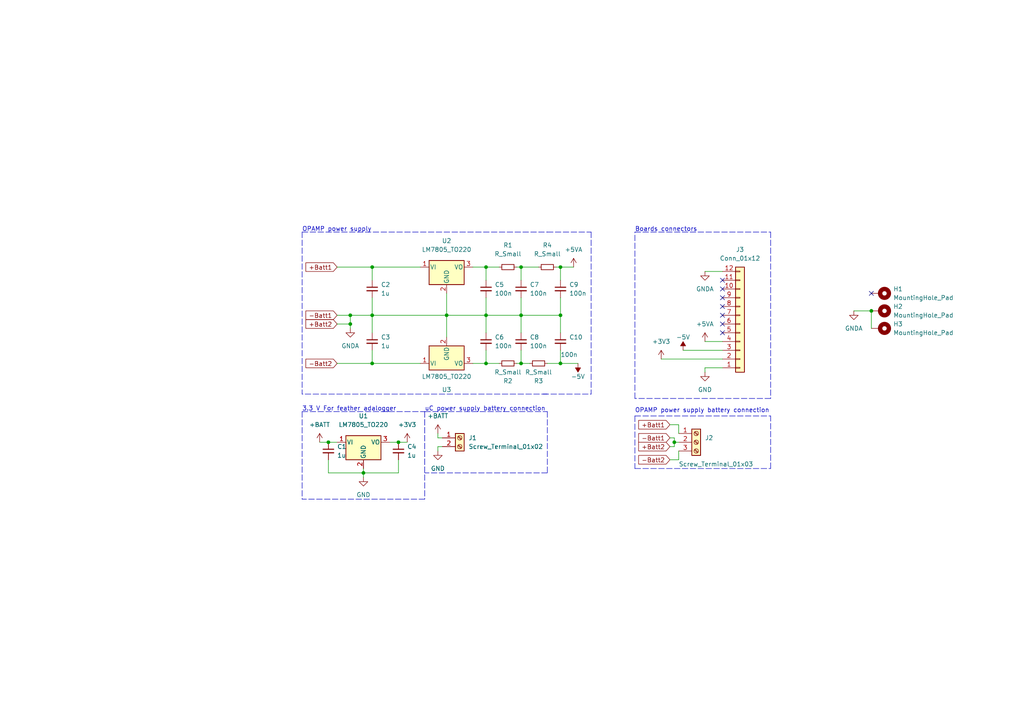
<source format=kicad_sch>
(kicad_sch (version 20211123) (generator eeschema)
  (paper "A4")
  (lib_symbols
    (symbol "Connector:Screw_Terminal_01x02" (pin_names (offset 1.016) hide)
      (property "Reference" "J" (at 0 2.54 0))
      (property "Value" "Screw_Terminal_01x02" (at 0 -5.08 0))
      (symbol "Screw_Terminal_01x02_1_1"
        (rectangle (start -1.27 1.27) (end 1.27 -3.81) (stroke (width 0.254)) (fill (type background)))
        (circle (center 0 -2.54) (radius 0.635) (stroke (width 0.1524)))
        (polyline (pts (xy -0.5334 -2.2098) (xy 0.3302 -3.048)) (stroke (width 0.1524)))
        (polyline (pts (xy -0.5334 0.3302) (xy 0.3302 -0.508)) (stroke (width 0.1524)))
        (polyline (pts (xy -0.3556 -2.032) (xy 0.508 -2.8702)) (stroke (width 0.1524)))
        (polyline (pts (xy -0.3556 0.508) (xy 0.508 -0.3302)) (stroke (width 0.1524)))
        (circle (center 0 0) (radius 0.635) (stroke (width 0.1524)))
        (pin passive line (at -5.08 0 0) (length 3.81) (name "Pin_1") (number "1"))
        (pin passive line (at -5.08 -2.54 0) (length 3.81) (name "Pin_2") (number "2"))
      )
    )
    (symbol "Connector:Screw_Terminal_01x03" (pin_names (offset 1.016) hide)
      (property "Reference" "J" (at 0 5.08 0))
      (property "Value" "Screw_Terminal_01x03" (at 0 -5.08 0))
      (symbol "Screw_Terminal_01x03_1_1"
        (rectangle (start -1.27 3.81) (end 1.27 -3.81) (stroke (width 0.254)) (fill (type background)))
        (circle (center 0 -2.54) (radius 0.635) (stroke (width 0.1524)))
        (polyline (pts (xy -0.5334 -2.2098) (xy 0.3302 -3.048)) (stroke (width 0.1524)))
        (polyline (pts (xy -0.5334 0.3302) (xy 0.3302 -0.508)) (stroke (width 0.1524)))
        (polyline (pts (xy -0.5334 2.8702) (xy 0.3302 2.032)) (stroke (width 0.1524)))
        (polyline (pts (xy -0.3556 -2.032) (xy 0.508 -2.8702)) (stroke (width 0.1524)))
        (polyline (pts (xy -0.3556 0.508) (xy 0.508 -0.3302)) (stroke (width 0.1524)))
        (polyline (pts (xy -0.3556 3.048) (xy 0.508 2.2098)) (stroke (width 0.1524)))
        (circle (center 0 0) (radius 0.635) (stroke (width 0.1524)))
        (circle (center 0 2.54) (radius 0.635) (stroke (width 0.1524)))
        (pin passive line (at -5.08 2.54 0) (length 3.81) (name "Pin_1") (number "1"))
        (pin passive line (at -5.08 0 0) (length 3.81) (name "Pin_2") (number "2"))
        (pin passive line (at -5.08 -2.54 0) (length 3.81) (name "Pin_3") (number "3"))
      )
    )
    (symbol "Connector_Generic:Conn_01x12" (pin_names (offset 1.016) hide)
      (property "Reference" "J" (at 0 15.24 0))
      (property "Value" "Conn_01x12" (at 0 -17.78 0))
      (symbol "Conn_01x12_1_1"
        (rectangle (start -1.27 -15.113) (end 0 -15.367) (stroke (width 0.1524)))
        (rectangle (start -1.27 -12.573) (end 0 -12.827) (stroke (width 0.1524)))
        (rectangle (start -1.27 -10.033) (end 0 -10.287) (stroke (width 0.1524)))
        (rectangle (start -1.27 -7.493) (end 0 -7.747) (stroke (width 0.1524)))
        (rectangle (start -1.27 -4.953) (end 0 -5.207) (stroke (width 0.1524)))
        (rectangle (start -1.27 -2.413) (end 0 -2.667) (stroke (width 0.1524)))
        (rectangle (start -1.27 0.127) (end 0 -0.127) (stroke (width 0.1524)))
        (rectangle (start -1.27 2.667) (end 0 2.413) (stroke (width 0.1524)))
        (rectangle (start -1.27 5.207) (end 0 4.953) (stroke (width 0.1524)))
        (rectangle (start -1.27 7.747) (end 0 7.493) (stroke (width 0.1524)))
        (rectangle (start -1.27 10.287) (end 0 10.033) (stroke (width 0.1524)))
        (rectangle (start -1.27 12.827) (end 0 12.573) (stroke (width 0.1524)))
        (rectangle (start -1.27 13.97) (end 1.27 -16.51) (stroke (width 0.254)) (fill (type background)))
        (pin passive line (at -5.08 12.7 0) (length 3.81) (name "Pin_1") (number "1"))
        (pin passive line (at -5.08 -10.16 0) (length 3.81) (name "Pin_10") (number "10"))
        (pin passive line (at -5.08 -12.7 0) (length 3.81) (name "Pin_11") (number "11"))
        (pin passive line (at -5.08 -15.24 0) (length 3.81) (name "Pin_12") (number "12"))
        (pin passive line (at -5.08 10.16 0) (length 3.81) (name "Pin_2") (number "2"))
        (pin passive line (at -5.08 7.62 0) (length 3.81) (name "Pin_3") (number "3"))
        (pin passive line (at -5.08 5.08 0) (length 3.81) (name "Pin_4") (number "4"))
        (pin passive line (at -5.08 2.54 0) (length 3.81) (name "Pin_5") (number "5"))
        (pin passive line (at -5.08 0 0) (length 3.81) (name "Pin_6") (number "6"))
        (pin passive line (at -5.08 -2.54 0) (length 3.81) (name "Pin_7") (number "7"))
        (pin passive line (at -5.08 -5.08 0) (length 3.81) (name "Pin_8") (number "8"))
        (pin passive line (at -5.08 -7.62 0) (length 3.81) (name "Pin_9") (number "9"))
      )
    )
    (symbol "Device:C_Small" (pin_numbers hide) (pin_names (offset 0.254) hide)
      (property "Reference" "C" (at 0.254 1.778 0))
      (property "Value" "C_Small" (at 0.254 -2.032 0))
      (symbol "C_Small_0_1"
        (polyline (pts (xy -1.524 -0.508) (xy 1.524 -0.508)) (stroke (width 0.3302)))
        (polyline (pts (xy -1.524 0.508) (xy 1.524 0.508)) (stroke (width 0.3048)))
      )
      (symbol "C_Small_1_1"
        (pin passive line (at 0 2.54 270) (length 2.032) (name "~") (number "1"))
        (pin passive line (at 0 -2.54 90) (length 2.032) (name "~") (number "2"))
      )
    )
    (symbol "Device:R_Small" (pin_numbers hide) (pin_names (offset 0.254) hide)
      (property "Reference" "R" (at 0.762 0.508 0))
      (property "Value" "R_Small" (at 0.762 -1.016 0))
      (symbol "R_Small_0_1"
        (rectangle (start -0.762 1.778) (end 0.762 -1.778) (stroke (width 0.2032)))
      )
      (symbol "R_Small_1_1"
        (pin passive line (at 0 2.54 270) (length 0.762) (name "~") (number "1"))
        (pin passive line (at 0 -2.54 90) (length 0.762) (name "~") (number "2"))
      )
    )
    (symbol "Mechanical:MountingHole_Pad" (pin_numbers hide) (pin_names (offset 1.016) hide)
      (property "Reference" "H" (at 0 6.35 0))
      (property "Value" "MountingHole_Pad" (at 0 4.445 0))
      (symbol "MountingHole_Pad_0_1"
        (circle (center 0 1.27) (radius 1.27) (stroke (width 1.27)))
      )
      (symbol "MountingHole_Pad_1_1"
        (pin input line (at 0 -2.54 90) (length 2.54) (name "1") (number "1"))
      )
    )
    (symbol "Regulator_Linear:LM7805_TO220" (pin_names (offset 0.254))
      (property "Reference" "U" (at -3.81 3.175 0))
      (property "Value" "LM7805_TO220" (at 0 3.175 0))
      (symbol "LM7805_TO220_0_1"
        (rectangle (start -5.08 1.905) (end 5.08 -5.08) (stroke (width 0.254)) (fill (type background)))
      )
      (symbol "LM7805_TO220_1_1"
        (pin power_in line (at -7.62 0 0) (length 2.54) (name "VI") (number "1"))
        (pin power_in line (at 0 -7.62 90) (length 2.54) (name "GND") (number "2"))
        (pin power_out line (at 7.62 0 180) (length 2.54) (name "VO") (number "3"))
      )
    )
    (symbol "power:+3V3" (power) (pin_names (offset 0))
      (property "Value" "+3V3" (at 0 3.556 0))
      (symbol "+3V3_0_1"
        (polyline (pts (xy -0.762 1.27) (xy 0 2.54)))
        (polyline (pts (xy 0 0) (xy 0 2.54)))
        (polyline (pts (xy 0 2.54) (xy 0.762 1.27)))
      )
      (symbol "+3V3_1_1"
        (pin power_in line (at 0 0 90) (length 0) hide (name "+3V3") (number "1"))
      )
    )
    (symbol "power:+5VA" (power) (pin_names (offset 0))
      (property "Value" "+5VA" (at 0 3.556 0))
      (symbol "+5VA_0_1"
        (polyline (pts (xy -0.762 1.27) (xy 0 2.54)))
        (polyline (pts (xy 0 0) (xy 0 2.54)))
        (polyline (pts (xy 0 2.54) (xy 0.762 1.27)))
      )
      (symbol "+5VA_1_1"
        (pin power_in line (at 0 0 90) (length 0) hide (name "+5VA") (number "1"))
      )
    )
    (symbol "power:+BATT" (power) (pin_names (offset 0))
      (property "Value" "+BATT" (at 0 3.556 0))
      (symbol "+BATT_0_1"
        (polyline (pts (xy -0.762 1.27) (xy 0 2.54)))
        (polyline (pts (xy 0 0) (xy 0 2.54)))
        (polyline (pts (xy 0 2.54) (xy 0.762 1.27)))
      )
      (symbol "+BATT_1_1"
        (pin power_in line (at 0 0 90) (length 0) hide (name "+BATT") (number "1"))
      )
    )
    (symbol "power:-5V" (power) (pin_names (offset 0))
      (property "Value" "-5V" (at 0 3.81 0))
      (symbol "-5V_0_0"
        (pin power_in line (at 0 0 90) (length 0) hide (name "-5V") (number "1"))
      )
      (symbol "-5V_0_1"
        (polyline (pts (xy 0 0) (xy 0 1.27) (xy 0.762 1.27) (xy 0 2.54) (xy -0.762 1.27) (xy 0 1.27)) (fill (type outline)))
      )
    )
    (symbol "power:GND" (power) (pin_names (offset 0))
      (property "Value" "GND" (at 0 -3.81 0))
      (symbol "GND_0_1"
        (polyline (pts (xy 0 0) (xy 0 -1.27) (xy 1.27 -1.27) (xy 0 -2.54) (xy -1.27 -1.27) (xy 0 -1.27)))
      )
      (symbol "GND_1_1"
        (pin power_in line (at 0 0 270) (length 0) hide (name "GND") (number "1"))
      )
    )
    (symbol "power:GNDA" (power) (pin_names (offset 0))
      (property "Value" "GNDA" (at 0 -3.81 0))
      (symbol "GNDA_0_1"
        (polyline (pts (xy 0 0) (xy 0 -1.27) (xy 1.27 -1.27) (xy 0 -2.54) (xy -1.27 -1.27) (xy 0 -1.27)))
      )
      (symbol "GNDA_1_1"
        (pin power_in line (at 0 0 270) (length 0) hide (name "GNDA") (number "1"))
      )
    )
  )
  (junction (at 140.97 105.41))
  (junction (at 252.73 90.17))
  (junction (at 107.95 77.47))
  (junction (at 115.57 128.27))
  (junction (at 195.58 128.27))
  (junction (at 129.54 91.44))
  (junction (at 105.41 137.16))
  (junction (at 151.13 77.47))
  (junction (at 107.95 105.41))
  (junction (at 95.25 128.27))
  (junction (at 162.56 91.44))
  (junction (at 101.6 91.44))
  (junction (at 140.97 91.44))
  (junction (at 140.97 77.47))
  (junction (at 101.6 93.98))
  (junction (at 151.13 91.44))
  (junction (at 107.95 91.44))
  (junction (at 151.13 105.41))
  (junction (at 162.56 105.41))
  (junction (at 162.56 77.47))
  (no_connect (at 252.73 85.09))
  (no_connect (at 209.55 81.28))
  (no_connect (at 209.55 83.82))
  (no_connect (at 209.55 91.44))
  (no_connect (at 209.55 96.52))
  (no_connect (at 209.55 93.98))
  (no_connect (at 209.55 86.36))
  (no_connect (at 209.55 88.9))
  (wire (pts (xy 107.95 105.41) (xy 121.92 105.41)))
  (wire (pts (xy 162.56 105.41) (xy 167.64 105.41)))
  (wire (pts (xy 105.41 137.16) (xy 105.41 138.43)))
  (wire (pts (xy 194.31 127) (xy 195.58 127)))
  (wire (pts (xy 140.97 105.41) (xy 144.78 105.41)))
  (wire (pts (xy 107.95 91.44) (xy 129.54 91.44)))
  (polyline (pts (xy 123.19 119.38) (xy 158.75 119.38)))
  (wire (pts (xy 107.95 91.44) (xy 107.95 96.52)))
  (wire (pts (xy 204.47 106.68) (xy 209.55 106.68)))
  (wire (pts (xy 195.58 127) (xy 195.58 128.27)))
  (wire (pts (xy 115.57 137.16) (xy 105.41 137.16)))
  (wire (pts (xy 198.12 101.6) (xy 209.55 101.6)))
  (wire (pts (xy 95.25 128.27) (xy 97.79 128.27)))
  (polyline (pts (xy 184.15 120.65) (xy 223.52 120.65)))
  (wire (pts (xy 107.95 101.6) (xy 107.95 105.41)))
  (wire (pts (xy 204.47 99.06) (xy 209.55 99.06)))
  (wire (pts (xy 162.56 86.36) (xy 162.56 91.44)))
  (polyline (pts (xy 158.75 114.3) (xy 87.63 114.3)))
  (wire (pts (xy 204.47 78.74) (xy 209.55 78.74)))
  (polyline (pts (xy 87.63 67.31) (xy 87.63 114.3)))
  (wire (pts (xy 151.13 105.41) (xy 151.13 101.6)))
  (polyline (pts (xy 223.52 67.31) (xy 223.52 115.57)))
  (wire (pts (xy 140.97 77.47) (xy 144.78 77.47)))
  (wire (pts (xy 101.6 91.44) (xy 101.6 93.98)))
  (wire (pts (xy 113.03 128.27) (xy 115.57 128.27)))
  (polyline (pts (xy 184.15 120.65) (xy 184.15 135.89)))
  (wire (pts (xy 162.56 77.47) (xy 162.56 81.28)))
  (wire (pts (xy 140.97 105.41) (xy 137.16 105.41)))
  (wire (pts (xy 92.71 128.27) (xy 95.25 128.27)))
  (wire (pts (xy 252.73 90.17) (xy 252.73 95.25)))
  (wire (pts (xy 101.6 93.98) (xy 101.6 95.25)))
  (wire (pts (xy 149.86 105.41) (xy 151.13 105.41)))
  (polyline (pts (xy 223.52 135.89) (xy 223.52 120.65)))
  (wire (pts (xy 129.54 91.44) (xy 129.54 97.79)))
  (polyline (pts (xy 123.19 144.78) (xy 87.63 144.78)))
  (polyline (pts (xy 158.75 119.38) (xy 158.75 137.16)))
  (polyline (pts (xy 158.75 67.31) (xy 171.45 67.31)))
  (wire (pts (xy 194.31 133.35) (xy 196.85 133.35)))
  (wire (pts (xy 95.25 133.35) (xy 95.25 137.16)))
  (polyline (pts (xy 123.19 119.38) (xy 123.19 137.16)))
  (wire (pts (xy 95.25 137.16) (xy 105.41 137.16)))
  (wire (pts (xy 194.31 123.19) (xy 196.85 123.19)))
  (wire (pts (xy 161.29 77.47) (xy 162.56 77.47)))
  (wire (pts (xy 191.77 104.14) (xy 209.55 104.14)))
  (wire (pts (xy 127 129.54) (xy 128.27 129.54)))
  (wire (pts (xy 129.54 85.09) (xy 129.54 91.44)))
  (wire (pts (xy 151.13 77.47) (xy 151.13 81.28)))
  (wire (pts (xy 97.79 77.47) (xy 107.95 77.47)))
  (polyline (pts (xy 171.45 67.31) (xy 171.45 114.3)))
  (wire (pts (xy 194.31 129.54) (xy 195.58 129.54)))
  (wire (pts (xy 140.97 77.47) (xy 140.97 81.28)))
  (wire (pts (xy 162.56 91.44) (xy 162.56 96.52)))
  (wire (pts (xy 127 127) (xy 127 125.73)))
  (wire (pts (xy 107.95 77.47) (xy 121.92 77.47)))
  (wire (pts (xy 105.41 135.89) (xy 105.41 137.16)))
  (wire (pts (xy 140.97 91.44) (xy 129.54 91.44)))
  (polyline (pts (xy 123.19 119.38) (xy 123.19 144.78)))
  (polyline (pts (xy 157.48 114.3) (xy 171.45 114.3)))
  (wire (pts (xy 140.97 91.44) (xy 140.97 96.52)))
  (wire (pts (xy 196.85 130.81) (xy 196.85 133.35)))
  (wire (pts (xy 151.13 91.44) (xy 140.97 91.44)))
  (wire (pts (xy 151.13 105.41) (xy 153.67 105.41)))
  (wire (pts (xy 115.57 128.27) (xy 118.11 128.27)))
  (wire (pts (xy 158.75 105.41) (xy 162.56 105.41)))
  (polyline (pts (xy 87.63 119.38) (xy 87.63 144.78)))
  (wire (pts (xy 162.56 91.44) (xy 151.13 91.44)))
  (wire (pts (xy 127 130.81) (xy 127 129.54)))
  (wire (pts (xy 162.56 77.47) (xy 166.37 77.47)))
  (polyline (pts (xy 87.63 119.38) (xy 123.19 119.38)))
  (polyline (pts (xy 158.75 137.16) (xy 123.19 137.16)))
  (wire (pts (xy 140.97 101.6) (xy 140.97 105.41)))
  (wire (pts (xy 195.58 128.27) (xy 195.58 129.54)))
  (wire (pts (xy 149.86 77.47) (xy 151.13 77.47)))
  (polyline (pts (xy 87.63 67.31) (xy 158.75 67.31)))
  (wire (pts (xy 97.79 91.44) (xy 101.6 91.44)))
  (wire (pts (xy 128.27 127) (xy 127 127)))
  (polyline (pts (xy 184.15 115.57) (xy 184.15 67.31)))
  (wire (pts (xy 162.56 105.41) (xy 162.56 101.6)))
  (wire (pts (xy 97.79 105.41) (xy 107.95 105.41)))
  (wire (pts (xy 115.57 133.35) (xy 115.57 137.16)))
  (wire (pts (xy 140.97 86.36) (xy 140.97 91.44)))
  (wire (pts (xy 107.95 77.47) (xy 107.95 81.28)))
  (wire (pts (xy 151.13 91.44) (xy 151.13 96.52)))
  (wire (pts (xy 101.6 91.44) (xy 107.95 91.44)))
  (wire (pts (xy 151.13 77.47) (xy 156.21 77.47)))
  (wire (pts (xy 195.58 128.27) (xy 196.85 128.27)))
  (wire (pts (xy 247.65 90.17) (xy 252.73 90.17)))
  (wire (pts (xy 107.95 86.36) (xy 107.95 91.44)))
  (polyline (pts (xy 223.52 115.57) (xy 184.15 115.57)))
  (wire (pts (xy 196.85 123.19) (xy 196.85 125.73)))
  (wire (pts (xy 140.97 77.47) (xy 137.16 77.47)))
  (wire (pts (xy 151.13 86.36) (xy 151.13 91.44)))
  (wire (pts (xy 204.47 107.95) (xy 204.47 106.68)))
  (polyline (pts (xy 184.15 135.89) (xy 223.52 135.89)))
  (polyline (pts (xy 184.15 67.31) (xy 223.52 67.31)))
  (wire (pts (xy 97.79 93.98) (xy 101.6 93.98)))
  (text "Boards connectors\n" (at 184.15 67.31 0) (effects (font (size 1.27 1.27)) (justify left bottom)))
  (text "uC power supply battery connection" (at 123.19 119.38 0) (effects (font (size 1.27 1.27)) (justify left bottom)))
  (text "3.3 V For feather adalogger\n" (at 87.63 119.38 0) (effects (font (size 1.27 1.27)) (justify left bottom)))
  (text "OPAMP power supply" (at 87.63 67.31 0) (effects (font (size 1.27 1.27)) (justify left bottom)))
  (text "OPAMP power supply battery connection\n\n" (at 184.15 121.92 0) (effects (font (size 1.27 1.27)) (justify left bottom)))
  (global_label "-Batt2" (shape input) (at 97.79 105.41 180) (property "Intersheet References" "${INTERSHEET_REFS}" (effects hide)))
  (global_label "+Batt1" (shape input) (at 194.31 123.19 180) (property "Intersheet References" "${INTERSHEET_REFS}" (effects hide)))
  (global_label "+Batt1" (shape input) (at 97.79 77.47 180) (property "Intersheet References" "${INTERSHEET_REFS}" (effects hide)))
  (global_label "+Batt2" (shape input) (at 194.31 129.54 180) (property "Intersheet References" "${INTERSHEET_REFS}" (effects hide)))
  (global_label "+Batt2" (shape input) (at 97.79 93.98 180) (property "Intersheet References" "${INTERSHEET_REFS}" (effects hide)))
  (global_label "-Batt1" (shape input) (at 194.31 127 180) (property "Intersheet References" "${INTERSHEET_REFS}" (effects hide)))
  (global_label "-Batt2" (shape input) (at 194.31 133.35 180) (property "Intersheet References" "${INTERSHEET_REFS}" (effects hide)))
  (global_label "-Batt1" (shape input) (at 97.79 91.44 180) (property "Intersheet References" "${INTERSHEET_REFS}" (effects hide)))
  (symbol (lib_id "Device:C_Small") (at 107.95 99.06 0) (unit 1)
    (property "Reference" "C3" (at 110.49 97.7962 0) (effects (justify left)))
    (property "Value" "1u" (at 110.49 100.3362 0) (effects (justify left)))
    (property "Footprint" "Capacitor_SMD:C_0805_2012Metric_Pad1.18x1.45mm_HandSolder" (effects hide))
  )
  (symbol (lib_id "Connector:Screw_Terminal_01x02") (at 133.35 127 0) (unit 1)
    (property "Reference" "J1" (at 135.89 126.9999 0) (effects (justify left)))
    (property "Value" "Screw_Terminal_01x02" (at 135.89 129.5399 0) (effects (justify left)))
    (property "Footprint" "TerminalBlock:TerminalBlock_bornier-2_P5.08mm" (effects hide))
  )
  (symbol (lib_id "power:+BATT") (at 92.71 128.27 0) (unit 1)
    (property "Reference" "#PWR01" (effects hide))
    (property "Value" "+BATT" (at 92.71 123.19 0))
  )
  (symbol (lib_id "Connector:Screw_Terminal_01x03") (at 201.93 128.27 0) (unit 1)
    (property "Reference" "J2" (at 204.47 126.9999 0) (effects (justify left)))
    (property "Value" "Screw_Terminal_01x03" (at 196.85 134.62 0) (effects (justify left)))
    (property "Footprint" "TerminalBlock:TerminalBlock_bornier-3_P5.08mm" (effects hide))
  )
  (symbol (lib_id "power:GND") (at 105.41 138.43 0) (unit 1)
    (property "Reference" "#PWR03" (effects hide))
    (property "Value" "GND" (at 105.41 143.51 0))
  )
  (symbol (lib_id "power:GNDA") (at 204.47 78.74 0) (unit 1)
    (property "Reference" "#PWR011" (effects hide))
    (property "Value" "GNDA" (at 204.47 83.82 0))
  )
  (symbol (lib_id "Device:R_Small") (at 158.75 77.47 90) (unit 1)
    (property "Reference" "R4" (at 158.75 71.12 90))
    (property "Value" "R_Small" (at 158.75 73.66 90))
    (property "Footprint" "Resistor_SMD:R_0805_2012Metric_Pad1.20x1.40mm_HandSolder" (effects hide))
  )
  (symbol (lib_id "Mechanical:MountingHole_Pad") (at 255.27 95.25 270) (unit 1)
    (property "Reference" "H3" (at 259.08 93.9799 90) (effects (justify left)))
    (property "Value" "MountingHole_Pad" (at 259.08 96.5199 90) (effects (justify left)))
    (property "Footprint" "MountingHole:MountingHole_3.2mm_M3_Pad_Via" (effects hide))
  )
  (symbol (lib_id "Device:R_Small") (at 147.32 105.41 90) (mirror x) (unit 1)
    (property "Reference" "R2" (at 147.32 110.49 90))
    (property "Value" "R_Small" (at 147.32 107.95 90))
    (property "Footprint" "Resistor_SMD:R_0805_2012Metric_Pad1.20x1.40mm_HandSolder" (effects hide))
  )
  (symbol (lib_id "Device:R_Small") (at 147.32 77.47 90) (unit 1)
    (property "Reference" "R1" (at 147.32 71.12 90))
    (property "Value" "R_Small" (at 147.32 73.66 90))
    (property "Footprint" "Resistor_SMD:R_0805_2012Metric_Pad1.20x1.40mm_HandSolder" (effects hide))
  )
  (symbol (lib_id "Device:C_Small") (at 95.25 130.81 0) (unit 1)
    (property "Reference" "C1" (at 97.79 129.5462 0) (effects (justify left)))
    (property "Value" "1u" (at 97.79 132.0862 0) (effects (justify left)))
    (property "Footprint" "Capacitor_SMD:C_0805_2012Metric_Pad1.18x1.45mm_HandSolder" (effects hide))
  )
  (symbol (lib_id "power:+5VA") (at 166.37 77.47 0) (unit 1)
    (property "Reference" "#PWR07" (effects hide))
    (property "Value" "+5VA" (at 166.37 72.39 0))
  )
  (symbol (lib_id "power:GND") (at 127 130.81 0) (unit 1)
    (property "Reference" "#PWR0102" (effects hide))
    (property "Value" "GND" (at 127 135.89 0))
  )
  (symbol (lib_id "Mechanical:MountingHole_Pad") (at 255.27 90.17 270) (unit 1)
    (property "Reference" "H2" (at 259.08 88.8999 90) (effects (justify left)))
    (property "Value" "MountingHole_Pad" (at 259.08 91.4399 90) (effects (justify left)))
    (property "Footprint" "MountingHole:MountingHole_3.2mm_M3_Pad_Via" (effects hide))
  )
  (symbol (lib_id "power:+5VA") (at 204.47 99.06 0) (unit 1)
    (property "Reference" "#PWR012" (effects hide))
    (property "Value" "+5VA" (at 204.47 93.98 0))
  )
  (symbol (lib_id "Device:C_Small") (at 140.97 99.06 0) (unit 1)
    (property "Reference" "C6" (at 143.51 97.7962 0) (effects (justify left)))
    (property "Value" "100n" (at 143.51 100.3362 0) (effects (justify left)))
    (property "Footprint" "Capacitor_SMD:C_0805_2012Metric_Pad1.18x1.45mm_HandSolder" (effects hide))
  )
  (symbol (lib_id "Device:R_Small") (at 156.21 105.41 90) (mirror x) (unit 1)
    (property "Reference" "R3" (at 156.21 110.49 90))
    (property "Value" "R_Small" (at 156.21 107.95 90))
    (property "Footprint" "Resistor_SMD:R_0805_2012Metric_Pad1.20x1.40mm_HandSolder" (effects hide))
  )
  (symbol (lib_id "Device:C_Small") (at 151.13 83.82 0) (unit 1)
    (property "Reference" "C7" (at 153.67 82.5562 0) (effects (justify left)))
    (property "Value" "100n" (at 153.67 85.0962 0) (effects (justify left)))
    (property "Footprint" "Capacitor_SMD:C_0805_2012Metric_Pad1.18x1.45mm_HandSolder" (effects hide))
  )
  (symbol (lib_id "Device:C_Small") (at 162.56 99.06 0) (unit 1)
    (property "Reference" "C10" (at 165.1 97.7962 0) (effects (justify left)))
    (property "Value" "100n" (at 162.56 102.87 0) (effects (justify left)))
    (property "Footprint" "Capacitor_SMD:C_0805_2012Metric_Pad1.18x1.45mm_HandSolder" (effects hide))
  )
  (symbol (lib_id "Device:C_Small") (at 162.56 83.82 0) (unit 1)
    (property "Reference" "C9" (at 165.1 82.5562 0) (effects (justify left)))
    (property "Value" "100n" (at 165.1 85.0962 0) (effects (justify left)))
    (property "Footprint" "Capacitor_SMD:C_0805_2012Metric_Pad1.18x1.45mm_HandSolder" (effects hide))
  )
  (symbol (lib_id "power:-5V") (at 167.64 105.41 0) (mirror x) (unit 1)
    (property "Reference" "#PWR08" (effects hide))
    (property "Value" "-5V" (at 167.64 109.22 0))
  )
  (symbol (lib_id "power:GND") (at 204.47 107.95 0) (unit 1)
    (property "Reference" "#PWR013" (effects hide))
    (property "Value" "GND" (at 204.47 113.03 0))
  )
  (symbol (lib_id "Regulator_Linear:LM7805_TO220") (at 129.54 105.41 0) (mirror x) (unit 1)
    (property "Reference" "U3" (at 129.54 113.03 0))
    (property "Value" "LM7805_TO220" (at 129.54 109.22 0))
    (property "Footprint" "Package_TO_SOT_THT:TO-220-3_Horizontal_TabDown" (effects hide))
    (property "Datasheet" "https://www.onsemi.cn/PowerSolutions/document/MC7800-D.PDF" (effects hide))
  )
  (symbol (lib_id "power:GNDA") (at 101.6 95.25 0) (unit 1)
    (property "Reference" "#PWR02" (effects hide))
    (property "Value" "GNDA" (at 101.6 100.33 0))
  )
  (symbol (lib_id "Regulator_Linear:LM7805_TO220") (at 129.54 77.47 0) (unit 1)
    (property "Reference" "U2" (at 129.54 69.85 0))
    (property "Value" "LM7805_TO220" (at 129.54 72.39 0))
    (property "Footprint" "Package_TO_SOT_THT:TO-220-3_Horizontal_TabDown" (effects hide))
    (property "Datasheet" "https://www.onsemi.cn/PowerSolutions/document/MC7800-D.PDF" (effects hide))
  )
  (symbol (lib_id "Mechanical:MountingHole_Pad") (at 255.27 85.09 270) (unit 1)
    (property "Reference" "H1" (at 259.08 83.8199 90) (effects (justify left)))
    (property "Value" "MountingHole_Pad" (at 259.08 86.3599 90) (effects (justify left)))
    (property "Footprint" "MountingHole:MountingHole_3.2mm_M3_Pad_Via" (effects hide))
  )
  (symbol (lib_id "power:+3V3") (at 118.11 128.27 0) (unit 1)
    (property "Reference" "#PWR04" (effects hide))
    (property "Value" "+3V3" (at 118.11 123.19 0))
  )
  (symbol (lib_id "power:-5V") (at 198.12 101.6 0) (mirror y) (unit 1)
    (property "Reference" "#PWR0101" (effects hide))
    (property "Value" "-5V" (at 198.12 97.79 0))
  )
  (symbol (lib_id "power:+3V3") (at 191.77 104.14 0) (unit 1)
    (property "Reference" "#PWR09" (effects hide))
    (property "Value" "+3V3" (at 191.77 99.06 0))
  )
  (symbol (lib_id "power:+BATT") (at 127 125.73 0) (unit 1)
    (property "Reference" "#PWR05" (effects hide))
    (property "Value" "+BATT" (at 127 120.65 0))
  )
  (symbol (lib_id "Regulator_Linear:LM7805_TO220") (at 105.41 128.27 0) (unit 1)
    (property "Reference" "U1" (at 105.41 120.65 0))
    (property "Value" "LM7805_TO220" (at 105.41 123.19 0))
    (property "Footprint" "Package_TO_SOT_THT:TO-220-3_Horizontal_TabDown" (effects hide))
    (property "Datasheet" "https://www.onsemi.cn/PowerSolutions/document/MC7800-D.PDF" (effects hide))
  )
  (symbol (lib_id "Device:C_Small") (at 151.13 99.06 0) (unit 1)
    (property "Reference" "C8" (at 153.67 97.7962 0) (effects (justify left)))
    (property "Value" "100n" (at 153.67 100.3362 0) (effects (justify left)))
    (property "Footprint" "Capacitor_SMD:C_0805_2012Metric_Pad1.18x1.45mm_HandSolder" (effects hide))
  )
  (symbol (lib_id "power:GNDA") (at 247.65 90.17 0) (unit 1)
    (property "Reference" "#PWR014" (effects hide))
    (property "Value" "GNDA" (at 247.65 95.25 0))
  )
  (symbol (lib_id "Device:C_Small") (at 115.57 130.81 0) (unit 1)
    (property "Reference" "C4" (at 118.11 129.5462 0) (effects (justify left)))
    (property "Value" "1u" (at 118.11 132.0862 0) (effects (justify left)))
    (property "Footprint" "Capacitor_SMD:C_0805_2012Metric_Pad1.18x1.45mm_HandSolder" (effects hide))
  )
  (symbol (lib_id "Device:C_Small") (at 107.95 83.82 0) (unit 1)
    (property "Reference" "C2" (at 110.49 82.5562 0) (effects (justify left)))
    (property "Value" "1u" (at 110.49 85.0962 0) (effects (justify left)))
    (property "Footprint" "Capacitor_SMD:C_0805_2012Metric_Pad1.18x1.45mm_HandSolder" (effects hide))
  )
  (symbol (lib_id "Connector_Generic:Conn_01x12") (at 214.63 93.98 0) (mirror x) (unit 1)
    (property "Reference" "J3" (at 214.63 72.39 0))
    (property "Value" "Conn_01x12" (at 214.63 74.93 0))
    (property "Footprint" "Connector_PinSocket_2.54mm:PinSocket_1x12_P2.54mm_Vertical" (effects hide))
  )
  (symbol (lib_id "Device:C_Small") (at 140.97 83.82 0) (unit 1)
    (property "Reference" "C5" (at 143.51 82.5562 0) (effects (justify left)))
    (property "Value" "100n" (at 143.51 85.0962 0) (effects (justify left)))
    (property "Footprint" "Capacitor_SMD:C_0805_2012Metric_Pad1.18x1.45mm_HandSolder" (effects hide))
  )
)
</source>
